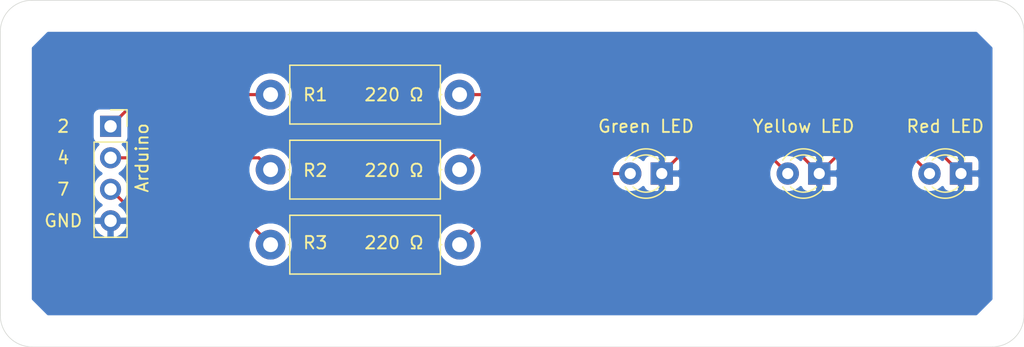
<source format=kicad_pcb>
(kicad_pcb (version 20171130) (host pcbnew 5.1.9-73d0e3b20d~88~ubuntu20.04.1)

  (general
    (thickness 1.6)
    (drawings 12)
    (tracks 18)
    (zones 0)
    (modules 7)
    (nets 8)
  )

  (page A4)
  (layers
    (0 F.Cu signal)
    (31 B.Cu signal)
    (32 B.Adhes user)
    (33 F.Adhes user)
    (34 B.Paste user)
    (35 F.Paste user)
    (36 B.SilkS user)
    (37 F.SilkS user)
    (38 B.Mask user)
    (39 F.Mask user)
    (40 Dwgs.User user)
    (41 Cmts.User user)
    (42 Eco1.User user)
    (43 Eco2.User user)
    (44 Edge.Cuts user)
    (45 Margin user)
    (46 B.CrtYd user)
    (47 F.CrtYd user)
    (48 B.Fab user)
    (49 F.Fab user)
  )

  (setup
    (last_trace_width 0.25)
    (trace_clearance 0.2)
    (zone_clearance 0.508)
    (zone_45_only no)
    (trace_min 0.2)
    (via_size 0.8)
    (via_drill 0.4)
    (via_min_size 0.4)
    (via_min_drill 0.3)
    (uvia_size 0.3)
    (uvia_drill 0.1)
    (uvias_allowed no)
    (uvia_min_size 0.2)
    (uvia_min_drill 0.1)
    (edge_width 0.05)
    (segment_width 0.2)
    (pcb_text_width 0.3)
    (pcb_text_size 1.5 1.5)
    (mod_edge_width 0.12)
    (mod_text_size 1 1)
    (mod_text_width 0.15)
    (pad_size 1.524 1.524)
    (pad_drill 0.762)
    (pad_to_mask_clearance 0)
    (aux_axis_origin 0 0)
    (visible_elements FFFFFF7F)
    (pcbplotparams
      (layerselection 0x010fc_ffffffff)
      (usegerberextensions false)
      (usegerberattributes true)
      (usegerberadvancedattributes true)
      (creategerberjobfile true)
      (excludeedgelayer true)
      (linewidth 0.100000)
      (plotframeref false)
      (viasonmask false)
      (mode 1)
      (useauxorigin false)
      (hpglpennumber 1)
      (hpglpenspeed 20)
      (hpglpendiameter 15.000000)
      (psnegative false)
      (psa4output false)
      (plotreference true)
      (plotvalue true)
      (plotinvisibletext false)
      (padsonsilk false)
      (subtractmaskfromsilk false)
      (outputformat 1)
      (mirror false)
      (drillshape 1)
      (scaleselection 1)
      (outputdirectory ""))
  )

  (net 0 "")
  (net 1 "Net-(D1-Pad2)")
  (net 2 GND)
  (net 3 "Net-(D2-Pad2)")
  (net 4 "Net-(D3-Pad2)")
  (net 5 "Net-(J1-Pad3)")
  (net 6 "Net-(J1-Pad2)")
  (net 7 "Net-(J1-Pad1)")

  (net_class Default "This is the default net class."
    (clearance 0.2)
    (trace_width 0.25)
    (via_dia 0.8)
    (via_drill 0.4)
    (uvia_dia 0.3)
    (uvia_drill 0.1)
    (add_net GND)
    (add_net "Net-(D1-Pad2)")
    (add_net "Net-(D2-Pad2)")
    (add_net "Net-(D3-Pad2)")
    (add_net "Net-(J1-Pad1)")
    (add_net "Net-(J1-Pad2)")
    (add_net "Net-(J1-Pad3)")
  )

  (module Resistor_THT:R_Axial_DIN0414_L11.9mm_D4.5mm_P15.24mm_Horizontal (layer F.Cu) (tedit 5AE5139B) (tstamp 6035A833)
    (at 127.205001 92.095001)
    (descr "Resistor, Axial_DIN0414 series, Axial, Horizontal, pin pitch=15.24mm, 2W, length*diameter=11.9*4.5mm^2, http://www.vishay.com/docs/20128/wkxwrx.pdf")
    (tags "Resistor Axial_DIN0414 series Axial Horizontal pin pitch 15.24mm 2W length 11.9mm diameter 4.5mm")
    (path /603858EE)
    (fp_text reference R3 (at 3.604999 -0.155001) (layer F.SilkS)
      (effects (font (size 1 1) (thickness 0.15)))
    )
    (fp_text value "220 Ω" (at 9.954999 -0.155001) (layer F.SilkS)
      (effects (font (size 1 1) (thickness 0.15)))
    )
    (fp_line (start 16.69 -2.5) (end -1.45 -2.5) (layer F.CrtYd) (width 0.05))
    (fp_line (start 16.69 2.5) (end 16.69 -2.5) (layer F.CrtYd) (width 0.05))
    (fp_line (start -1.45 2.5) (end 16.69 2.5) (layer F.CrtYd) (width 0.05))
    (fp_line (start -1.45 -2.5) (end -1.45 2.5) (layer F.CrtYd) (width 0.05))
    (fp_line (start 13.8 0) (end 13.69 0) (layer F.SilkS) (width 0.12))
    (fp_line (start 1.44 0) (end 1.55 0) (layer F.SilkS) (width 0.12))
    (fp_line (start 13.69 -2.37) (end 1.55 -2.37) (layer F.SilkS) (width 0.12))
    (fp_line (start 13.69 2.37) (end 13.69 -2.37) (layer F.SilkS) (width 0.12))
    (fp_line (start 1.55 2.37) (end 13.69 2.37) (layer F.SilkS) (width 0.12))
    (fp_line (start 1.55 -2.37) (end 1.55 2.37) (layer F.SilkS) (width 0.12))
    (fp_line (start 15.24 0) (end 13.57 0) (layer F.Fab) (width 0.1))
    (fp_line (start 0 0) (end 1.67 0) (layer F.Fab) (width 0.1))
    (fp_line (start 13.57 -2.25) (end 1.67 -2.25) (layer F.Fab) (width 0.1))
    (fp_line (start 13.57 2.25) (end 13.57 -2.25) (layer F.Fab) (width 0.1))
    (fp_line (start 1.67 2.25) (end 13.57 2.25) (layer F.Fab) (width 0.1))
    (fp_line (start 1.67 -2.25) (end 1.67 2.25) (layer F.Fab) (width 0.1))
    (pad 2 thru_hole oval (at 15.24 0) (size 2.4 2.4) (drill 1.2) (layers *.Cu *.Mask)
      (net 4 "Net-(D3-Pad2)"))
    (pad 1 thru_hole circle (at 0 0) (size 2.4 2.4) (drill 1.2) (layers *.Cu *.Mask)
      (net 5 "Net-(J1-Pad3)"))
    (model ${KISYS3DMOD}/Resistor_THT.3dshapes/R_Axial_DIN0414_L11.9mm_D4.5mm_P15.24mm_Horizontal.wrl
      (at (xyz 0 0 0))
      (scale (xyz 1 1 1))
      (rotate (xyz 0 0 0))
    )
  )

  (module Resistor_THT:R_Axial_DIN0414_L11.9mm_D4.5mm_P15.24mm_Horizontal (layer F.Cu) (tedit 5AE5139B) (tstamp 6035A81C)
    (at 127.205001 86.045001)
    (descr "Resistor, Axial_DIN0414 series, Axial, Horizontal, pin pitch=15.24mm, 2W, length*diameter=11.9*4.5mm^2, http://www.vishay.com/docs/20128/wkxwrx.pdf")
    (tags "Resistor Axial_DIN0414 series Axial Horizontal pin pitch 15.24mm 2W length 11.9mm diameter 4.5mm")
    (path /603851FD)
    (fp_text reference R2 (at 3.604999 0.064999) (layer F.SilkS)
      (effects (font (size 1 1) (thickness 0.15)))
    )
    (fp_text value "220 Ω" (at 9.954999 0.064999) (layer F.SilkS)
      (effects (font (size 1 1) (thickness 0.15)))
    )
    (fp_line (start 16.69 -2.5) (end -1.45 -2.5) (layer F.CrtYd) (width 0.05))
    (fp_line (start 16.69 2.5) (end 16.69 -2.5) (layer F.CrtYd) (width 0.05))
    (fp_line (start -1.45 2.5) (end 16.69 2.5) (layer F.CrtYd) (width 0.05))
    (fp_line (start -1.45 -2.5) (end -1.45 2.5) (layer F.CrtYd) (width 0.05))
    (fp_line (start 13.8 0) (end 13.69 0) (layer F.SilkS) (width 0.12))
    (fp_line (start 1.44 0) (end 1.55 0) (layer F.SilkS) (width 0.12))
    (fp_line (start 13.69 -2.37) (end 1.55 -2.37) (layer F.SilkS) (width 0.12))
    (fp_line (start 13.69 2.37) (end 13.69 -2.37) (layer F.SilkS) (width 0.12))
    (fp_line (start 1.55 2.37) (end 13.69 2.37) (layer F.SilkS) (width 0.12))
    (fp_line (start 1.55 -2.37) (end 1.55 2.37) (layer F.SilkS) (width 0.12))
    (fp_line (start 15.24 0) (end 13.57 0) (layer F.Fab) (width 0.1))
    (fp_line (start 0 0) (end 1.67 0) (layer F.Fab) (width 0.1))
    (fp_line (start 13.57 -2.25) (end 1.67 -2.25) (layer F.Fab) (width 0.1))
    (fp_line (start 13.57 2.25) (end 13.57 -2.25) (layer F.Fab) (width 0.1))
    (fp_line (start 1.67 2.25) (end 13.57 2.25) (layer F.Fab) (width 0.1))
    (fp_line (start 1.67 -2.25) (end 1.67 2.25) (layer F.Fab) (width 0.1))
    (pad 2 thru_hole oval (at 15.24 0) (size 2.4 2.4) (drill 1.2) (layers *.Cu *.Mask)
      (net 3 "Net-(D2-Pad2)"))
    (pad 1 thru_hole circle (at 0 0) (size 2.4 2.4) (drill 1.2) (layers *.Cu *.Mask)
      (net 6 "Net-(J1-Pad2)"))
    (model ${KISYS3DMOD}/Resistor_THT.3dshapes/R_Axial_DIN0414_L11.9mm_D4.5mm_P15.24mm_Horizontal.wrl
      (at (xyz 0 0 0))
      (scale (xyz 1 1 1))
      (rotate (xyz 0 0 0))
    )
  )

  (module Resistor_THT:R_Axial_DIN0414_L11.9mm_D4.5mm_P15.24mm_Horizontal (layer F.Cu) (tedit 5AE5139B) (tstamp 6035A805)
    (at 127.205001 79.995001)
    (descr "Resistor, Axial_DIN0414 series, Axial, Horizontal, pin pitch=15.24mm, 2W, length*diameter=11.9*4.5mm^2, http://www.vishay.com/docs/20128/wkxwrx.pdf")
    (tags "Resistor Axial_DIN0414 series Axial Horizontal pin pitch 15.24mm 2W length 11.9mm diameter 4.5mm")
    (path /60356052)
    (fp_text reference R1 (at 3.604999 0.014999) (layer F.SilkS)
      (effects (font (size 1 1) (thickness 0.15)))
    )
    (fp_text value "220 Ω" (at 9.954999 0.014999) (layer F.SilkS)
      (effects (font (size 1 1) (thickness 0.15)))
    )
    (fp_line (start 16.69 -2.5) (end -1.45 -2.5) (layer F.CrtYd) (width 0.05))
    (fp_line (start 16.69 2.5) (end 16.69 -2.5) (layer F.CrtYd) (width 0.05))
    (fp_line (start -1.45 2.5) (end 16.69 2.5) (layer F.CrtYd) (width 0.05))
    (fp_line (start -1.45 -2.5) (end -1.45 2.5) (layer F.CrtYd) (width 0.05))
    (fp_line (start 13.8 0) (end 13.69 0) (layer F.SilkS) (width 0.12))
    (fp_line (start 1.44 0) (end 1.55 0) (layer F.SilkS) (width 0.12))
    (fp_line (start 13.69 -2.37) (end 1.55 -2.37) (layer F.SilkS) (width 0.12))
    (fp_line (start 13.69 2.37) (end 13.69 -2.37) (layer F.SilkS) (width 0.12))
    (fp_line (start 1.55 2.37) (end 13.69 2.37) (layer F.SilkS) (width 0.12))
    (fp_line (start 1.55 -2.37) (end 1.55 2.37) (layer F.SilkS) (width 0.12))
    (fp_line (start 15.24 0) (end 13.57 0) (layer F.Fab) (width 0.1))
    (fp_line (start 0 0) (end 1.67 0) (layer F.Fab) (width 0.1))
    (fp_line (start 13.57 -2.25) (end 1.67 -2.25) (layer F.Fab) (width 0.1))
    (fp_line (start 13.57 2.25) (end 13.57 -2.25) (layer F.Fab) (width 0.1))
    (fp_line (start 1.67 2.25) (end 13.57 2.25) (layer F.Fab) (width 0.1))
    (fp_line (start 1.67 -2.25) (end 1.67 2.25) (layer F.Fab) (width 0.1))
    (pad 2 thru_hole oval (at 15.24 0) (size 2.4 2.4) (drill 1.2) (layers *.Cu *.Mask)
      (net 1 "Net-(D1-Pad2)"))
    (pad 1 thru_hole circle (at 0 0) (size 2.4 2.4) (drill 1.2) (layers *.Cu *.Mask)
      (net 7 "Net-(J1-Pad1)"))
    (model ${KISYS3DMOD}/Resistor_THT.3dshapes/R_Axial_DIN0414_L11.9mm_D4.5mm_P15.24mm_Horizontal.wrl
      (at (xyz 0 0 0))
      (scale (xyz 1 1 1))
      (rotate (xyz 0 0 0))
    )
  )

  (module Connector_PinSocket_2.54mm:PinSocket_1x04_P2.54mm_Vertical (layer F.Cu) (tedit 5A19A429) (tstamp 6035A7EE)
    (at 114.3 82.55)
    (descr "Through hole straight socket strip, 1x04, 2.54mm pitch, single row (from Kicad 4.0.7), script generated")
    (tags "Through hole socket strip THT 1x04 2.54mm single row")
    (path /6035B6DA)
    (fp_text reference J1 (at 0 -2.77) (layer F.SilkS) hide
      (effects (font (size 1 1) (thickness 0.15)))
    )
    (fp_text value Arduino (at 2.54 2.54 90) (layer F.SilkS)
      (effects (font (size 1 1) (thickness 0.15)))
    )
    (fp_line (start -1.27 -1.27) (end 0.635 -1.27) (layer F.Fab) (width 0.1))
    (fp_line (start 0.635 -1.27) (end 1.27 -0.635) (layer F.Fab) (width 0.1))
    (fp_line (start 1.27 -0.635) (end 1.27 8.89) (layer F.Fab) (width 0.1))
    (fp_line (start 1.27 8.89) (end -1.27 8.89) (layer F.Fab) (width 0.1))
    (fp_line (start -1.27 8.89) (end -1.27 -1.27) (layer F.Fab) (width 0.1))
    (fp_line (start -1.33 1.27) (end 1.33 1.27) (layer F.SilkS) (width 0.12))
    (fp_line (start -1.33 1.27) (end -1.33 8.95) (layer F.SilkS) (width 0.12))
    (fp_line (start -1.33 8.95) (end 1.33 8.95) (layer F.SilkS) (width 0.12))
    (fp_line (start 1.33 1.27) (end 1.33 8.95) (layer F.SilkS) (width 0.12))
    (fp_line (start 1.33 -1.33) (end 1.33 0) (layer F.SilkS) (width 0.12))
    (fp_line (start 0 -1.33) (end 1.33 -1.33) (layer F.SilkS) (width 0.12))
    (fp_line (start -1.8 -1.8) (end 1.75 -1.8) (layer F.CrtYd) (width 0.05))
    (fp_line (start 1.75 -1.8) (end 1.75 9.4) (layer F.CrtYd) (width 0.05))
    (fp_line (start 1.75 9.4) (end -1.8 9.4) (layer F.CrtYd) (width 0.05))
    (fp_line (start -1.8 9.4) (end -1.8 -1.8) (layer F.CrtYd) (width 0.05))
    (fp_text user %R (at 0 3.81 90) (layer F.Fab)
      (effects (font (size 1 1) (thickness 0.15)))
    )
    (pad 1 thru_hole rect (at 0 0) (size 1.7 1.7) (drill 1) (layers *.Cu *.Mask)
      (net 7 "Net-(J1-Pad1)"))
    (pad 2 thru_hole oval (at 0 2.54) (size 1.7 1.7) (drill 1) (layers *.Cu *.Mask)
      (net 6 "Net-(J1-Pad2)"))
    (pad 3 thru_hole oval (at 0 5.08) (size 1.7 1.7) (drill 1) (layers *.Cu *.Mask)
      (net 5 "Net-(J1-Pad3)"))
    (pad 4 thru_hole oval (at 0 7.62) (size 1.7 1.7) (drill 1) (layers *.Cu *.Mask)
      (net 2 GND))
    (model ${KISYS3DMOD}/Connector_PinSocket_2.54mm.3dshapes/PinSocket_1x04_P2.54mm_Vertical.wrl
      (at (xyz 0 0 0))
      (scale (xyz 1 1 1))
      (rotate (xyz 0 0 0))
    )
  )

  (module LED_THT:LED_D3.0mm (layer F.Cu) (tedit 587A3A7B) (tstamp 6035A7D6)
    (at 158.75 86.36 180)
    (descr "LED, diameter 3.0mm, 2 pins")
    (tags "LED diameter 3.0mm 2 pins")
    (path /60357728)
    (fp_text reference D3 (at 1.27 -2.96) (layer F.SilkS) hide
      (effects (font (size 1 1) (thickness 0.15)))
    )
    (fp_text value "Green LED" (at 1.27 3.81) (layer F.SilkS)
      (effects (font (size 1 1) (thickness 0.15)))
    )
    (fp_line (start 3.7 -2.25) (end -1.15 -2.25) (layer F.CrtYd) (width 0.05))
    (fp_line (start 3.7 2.25) (end 3.7 -2.25) (layer F.CrtYd) (width 0.05))
    (fp_line (start -1.15 2.25) (end 3.7 2.25) (layer F.CrtYd) (width 0.05))
    (fp_line (start -1.15 -2.25) (end -1.15 2.25) (layer F.CrtYd) (width 0.05))
    (fp_line (start -0.29 1.08) (end -0.29 1.236) (layer F.SilkS) (width 0.12))
    (fp_line (start -0.29 -1.236) (end -0.29 -1.08) (layer F.SilkS) (width 0.12))
    (fp_line (start -0.23 -1.16619) (end -0.23 1.16619) (layer F.Fab) (width 0.1))
    (fp_circle (center 1.27 0) (end 2.77 0) (layer F.Fab) (width 0.1))
    (fp_arc (start 1.27 0) (end 0.229039 1.08) (angle -87.9) (layer F.SilkS) (width 0.12))
    (fp_arc (start 1.27 0) (end 0.229039 -1.08) (angle 87.9) (layer F.SilkS) (width 0.12))
    (fp_arc (start 1.27 0) (end -0.29 1.235516) (angle -108.8) (layer F.SilkS) (width 0.12))
    (fp_arc (start 1.27 0) (end -0.29 -1.235516) (angle 108.8) (layer F.SilkS) (width 0.12))
    (fp_arc (start 1.27 0) (end -0.23 -1.16619) (angle 284.3) (layer F.Fab) (width 0.1))
    (pad 2 thru_hole circle (at 2.54 0 180) (size 1.8 1.8) (drill 0.9) (layers *.Cu *.Mask)
      (net 4 "Net-(D3-Pad2)"))
    (pad 1 thru_hole rect (at 0 0 180) (size 1.8 1.8) (drill 0.9) (layers *.Cu *.Mask)
      (net 2 GND))
    (model ${KISYS3DMOD}/LED_THT.3dshapes/LED_D3.0mm.wrl
      (at (xyz 0 0 0))
      (scale (xyz 1 1 1))
      (rotate (xyz 0 0 0))
    )
  )

  (module LED_THT:LED_D3.0mm (layer F.Cu) (tedit 587A3A7B) (tstamp 6035A7C3)
    (at 171.45 86.36 180)
    (descr "LED, diameter 3.0mm, 2 pins")
    (tags "LED diameter 3.0mm 2 pins")
    (path /603583AE)
    (fp_text reference D2 (at 1.27 -2.96) (layer F.SilkS) hide
      (effects (font (size 1 1) (thickness 0.15)))
    )
    (fp_text value "Yellow LED" (at 1.27 3.81) (layer F.SilkS)
      (effects (font (size 1 1) (thickness 0.15)))
    )
    (fp_line (start 3.7 -2.25) (end -1.15 -2.25) (layer F.CrtYd) (width 0.05))
    (fp_line (start 3.7 2.25) (end 3.7 -2.25) (layer F.CrtYd) (width 0.05))
    (fp_line (start -1.15 2.25) (end 3.7 2.25) (layer F.CrtYd) (width 0.05))
    (fp_line (start -1.15 -2.25) (end -1.15 2.25) (layer F.CrtYd) (width 0.05))
    (fp_line (start -0.29 1.08) (end -0.29 1.236) (layer F.SilkS) (width 0.12))
    (fp_line (start -0.29 -1.236) (end -0.29 -1.08) (layer F.SilkS) (width 0.12))
    (fp_line (start -0.23 -1.16619) (end -0.23 1.16619) (layer F.Fab) (width 0.1))
    (fp_circle (center 1.27 0) (end 2.77 0) (layer F.Fab) (width 0.1))
    (fp_arc (start 1.27 0) (end 0.229039 1.08) (angle -87.9) (layer F.SilkS) (width 0.12))
    (fp_arc (start 1.27 0) (end 0.229039 -1.08) (angle 87.9) (layer F.SilkS) (width 0.12))
    (fp_arc (start 1.27 0) (end -0.29 1.235516) (angle -108.8) (layer F.SilkS) (width 0.12))
    (fp_arc (start 1.27 0) (end -0.29 -1.235516) (angle 108.8) (layer F.SilkS) (width 0.12))
    (fp_arc (start 1.27 0) (end -0.23 -1.16619) (angle 284.3) (layer F.Fab) (width 0.1))
    (pad 2 thru_hole circle (at 2.54 0 180) (size 1.8 1.8) (drill 0.9) (layers *.Cu *.Mask)
      (net 3 "Net-(D2-Pad2)"))
    (pad 1 thru_hole rect (at 0 0 180) (size 1.8 1.8) (drill 0.9) (layers *.Cu *.Mask)
      (net 2 GND))
    (model ${KISYS3DMOD}/LED_THT.3dshapes/LED_D3.0mm.wrl
      (at (xyz 0 0 0))
      (scale (xyz 1 1 1))
      (rotate (xyz 0 0 0))
    )
  )

  (module LED_THT:LED_D3.0mm (layer F.Cu) (tedit 587A3A7B) (tstamp 6035A7B0)
    (at 182.88 86.36 180)
    (descr "LED, diameter 3.0mm, 2 pins")
    (tags "LED diameter 3.0mm 2 pins")
    (path /60358733)
    (fp_text reference D1 (at 1.27 -2.96) (layer F.SilkS) hide
      (effects (font (size 1 1) (thickness 0.15)))
    )
    (fp_text value "Red LED" (at 1.27 3.81) (layer F.SilkS)
      (effects (font (size 1 1) (thickness 0.15)))
    )
    (fp_line (start 3.7 -2.25) (end -1.15 -2.25) (layer F.CrtYd) (width 0.05))
    (fp_line (start 3.7 2.25) (end 3.7 -2.25) (layer F.CrtYd) (width 0.05))
    (fp_line (start -1.15 2.25) (end 3.7 2.25) (layer F.CrtYd) (width 0.05))
    (fp_line (start -1.15 -2.25) (end -1.15 2.25) (layer F.CrtYd) (width 0.05))
    (fp_line (start -0.29 1.08) (end -0.29 1.236) (layer F.SilkS) (width 0.12))
    (fp_line (start -0.29 -1.236) (end -0.29 -1.08) (layer F.SilkS) (width 0.12))
    (fp_line (start -0.23 -1.16619) (end -0.23 1.16619) (layer F.Fab) (width 0.1))
    (fp_circle (center 1.27 0) (end 2.77 0) (layer F.Fab) (width 0.1))
    (fp_arc (start 1.27 0) (end 0.229039 1.08) (angle -87.9) (layer F.SilkS) (width 0.12))
    (fp_arc (start 1.27 0) (end 0.229039 -1.08) (angle 87.9) (layer F.SilkS) (width 0.12))
    (fp_arc (start 1.27 0) (end -0.29 1.235516) (angle -108.8) (layer F.SilkS) (width 0.12))
    (fp_arc (start 1.27 0) (end -0.29 -1.235516) (angle 108.8) (layer F.SilkS) (width 0.12))
    (fp_arc (start 1.27 0) (end -0.23 -1.16619) (angle 284.3) (layer F.Fab) (width 0.1))
    (pad 2 thru_hole circle (at 2.54 0 180) (size 1.8 1.8) (drill 0.9) (layers *.Cu *.Mask)
      (net 1 "Net-(D1-Pad2)"))
    (pad 1 thru_hole rect (at 0 0 180) (size 1.8 1.8) (drill 0.9) (layers *.Cu *.Mask)
      (net 2 GND))
    (model ${KISYS3DMOD}/LED_THT.3dshapes/LED_D3.0mm.wrl
      (at (xyz 0 0 0))
      (scale (xyz 1 1 1))
      (rotate (xyz 0 0 0))
    )
  )

  (gr_arc (start 185.42 97.79) (end 185.42 100.33) (angle -90) (layer Edge.Cuts) (width 0.05))
  (gr_arc (start 185.42 74.93) (end 187.96 74.93) (angle -90) (layer Edge.Cuts) (width 0.05))
  (gr_arc (start 107.95 74.93) (end 107.95 72.39) (angle -90) (layer Edge.Cuts) (width 0.05))
  (gr_arc (start 107.95 97.79) (end 105.41 97.79) (angle -90) (layer Edge.Cuts) (width 0.05))
  (gr_line (start 105.41 74.93) (end 105.41 97.79) (layer Edge.Cuts) (width 0.05))
  (gr_line (start 185.42 72.39) (end 107.95 72.39) (layer Edge.Cuts) (width 0.05))
  (gr_line (start 187.96 97.79) (end 187.96 74.93) (layer Edge.Cuts) (width 0.05))
  (gr_line (start 107.95 100.33) (end 185.42 100.33) (layer Edge.Cuts) (width 0.05))
  (gr_text 2 (at 110.49 82.55) (layer F.SilkS)
    (effects (font (size 1 1) (thickness 0.15)))
  )
  (gr_text 4 (at 110.49 85.09) (layer F.SilkS)
    (effects (font (size 1 1) (thickness 0.15)))
  )
  (gr_text 7 (at 110.49 87.63) (layer F.SilkS)
    (effects (font (size 1 1) (thickness 0.15)))
  )
  (gr_text GND (at 110.49 90.17) (layer F.SilkS)
    (effects (font (size 1 1) (thickness 0.15)))
  )

  (segment (start 173.975001 79.995001) (end 142.445001 79.995001) (width 0.25) (layer F.Cu) (net 1))
  (segment (start 180.34 86.36) (end 173.975001 79.995001) (width 0.25) (layer F.Cu) (net 1))
  (segment (start 172.675001 85.134999) (end 171.45 86.36) (width 0.25) (layer F.Cu) (net 2))
  (segment (start 182.88 86.36) (end 181.654999 85.134999) (width 0.25) (layer F.Cu) (net 2))
  (segment (start 159.975001 85.134999) (end 158.75 86.36) (width 0.25) (layer F.Cu) (net 2))
  (segment (start 171.45 86.36) (end 170.224999 85.134999) (width 0.25) (layer F.Cu) (net 2))
  (segment (start 147.210002 81.28) (end 142.445001 86.045001) (width 0.25) (layer F.Cu) (net 3))
  (segment (start 163.83 81.28) (end 147.210002 81.28) (width 0.25) (layer F.Cu) (net 3))
  (segment (start 168.91 86.36) (end 163.83 81.28) (width 0.25) (layer F.Cu) (net 3))
  (segment (start 148.180002 86.36) (end 142.445001 92.095001) (width 0.25) (layer F.Cu) (net 4))
  (segment (start 156.21 86.36) (end 148.180002 86.36) (width 0.25) (layer F.Cu) (net 4))
  (segment (start 115.57 88.9) (end 114.3 87.63) (width 0.25) (layer F.Cu) (net 5))
  (segment (start 124.01 88.9) (end 115.57 88.9) (width 0.25) (layer F.Cu) (net 5))
  (segment (start 127.205001 92.095001) (end 124.01 88.9) (width 0.25) (layer F.Cu) (net 5))
  (segment (start 126.25 85.09) (end 114.3 85.09) (width 0.25) (layer F.Cu) (net 6))
  (segment (start 127.205001 86.045001) (end 126.25 85.09) (width 0.25) (layer F.Cu) (net 6))
  (segment (start 127.205001 79.995001) (end 116.854999 79.995001) (width 0.25) (layer F.Cu) (net 7))
  (segment (start 116.854999 79.995001) (end 114.3 82.55) (width 0.25) (layer F.Cu) (net 7))

  (zone (net 2) (net_name GND) (layer B.Cu) (tstamp 0) (hatch edge 0.508)
    (connect_pads (clearance 0.508))
    (min_thickness 0.254)
    (fill yes (arc_segments 32) (thermal_gap 0.508) (thermal_bridge_width 0.508))
    (polygon
      (pts
        (xy 185.42 76.2) (xy 185.42 96.52) (xy 184.15 97.79) (xy 109.22 97.79) (xy 107.95 96.52)
        (xy 107.95 76.2) (xy 109.22 74.93) (xy 184.15 74.93)
      )
    )
    (filled_polygon
      (pts
        (xy 185.293 76.252606) (xy 185.293 96.467394) (xy 184.097394 97.663) (xy 109.272606 97.663) (xy 108.077 96.467394)
        (xy 108.077 91.914269) (xy 125.370001 91.914269) (xy 125.370001 92.275733) (xy 125.440519 92.630251) (xy 125.578845 92.9642)
        (xy 125.779663 93.264745) (xy 126.035257 93.520339) (xy 126.335802 93.721157) (xy 126.669751 93.859483) (xy 127.024269 93.930001)
        (xy 127.385733 93.930001) (xy 127.740251 93.859483) (xy 128.0742 93.721157) (xy 128.374745 93.520339) (xy 128.630339 93.264745)
        (xy 128.831157 92.9642) (xy 128.969483 92.630251) (xy 129.040001 92.275733) (xy 129.040001 91.914269) (xy 140.610001 91.914269)
        (xy 140.610001 92.275733) (xy 140.680519 92.630251) (xy 140.818845 92.9642) (xy 141.019663 93.264745) (xy 141.275257 93.520339)
        (xy 141.575802 93.721157) (xy 141.909751 93.859483) (xy 142.264269 93.930001) (xy 142.625733 93.930001) (xy 142.980251 93.859483)
        (xy 143.3142 93.721157) (xy 143.614745 93.520339) (xy 143.870339 93.264745) (xy 144.071157 92.9642) (xy 144.209483 92.630251)
        (xy 144.280001 92.275733) (xy 144.280001 91.914269) (xy 144.209483 91.559751) (xy 144.071157 91.225802) (xy 143.870339 90.925257)
        (xy 143.614745 90.669663) (xy 143.3142 90.468845) (xy 142.980251 90.330519) (xy 142.625733 90.260001) (xy 142.264269 90.260001)
        (xy 141.909751 90.330519) (xy 141.575802 90.468845) (xy 141.275257 90.669663) (xy 141.019663 90.925257) (xy 140.818845 91.225802)
        (xy 140.680519 91.559751) (xy 140.610001 91.914269) (xy 129.040001 91.914269) (xy 128.969483 91.559751) (xy 128.831157 91.225802)
        (xy 128.630339 90.925257) (xy 128.374745 90.669663) (xy 128.0742 90.468845) (xy 127.740251 90.330519) (xy 127.385733 90.260001)
        (xy 127.024269 90.260001) (xy 126.669751 90.330519) (xy 126.335802 90.468845) (xy 126.035257 90.669663) (xy 125.779663 90.925257)
        (xy 125.578845 91.225802) (xy 125.440519 91.559751) (xy 125.370001 91.914269) (xy 108.077 91.914269) (xy 108.077 90.52689)
        (xy 112.858524 90.52689) (xy 112.903175 90.674099) (xy 113.028359 90.93692) (xy 113.202412 91.170269) (xy 113.418645 91.365178)
        (xy 113.668748 91.514157) (xy 113.943109 91.611481) (xy 114.173 91.490814) (xy 114.173 90.297) (xy 114.427 90.297)
        (xy 114.427 91.490814) (xy 114.656891 91.611481) (xy 114.931252 91.514157) (xy 115.181355 91.365178) (xy 115.397588 91.170269)
        (xy 115.571641 90.93692) (xy 115.696825 90.674099) (xy 115.741476 90.52689) (xy 115.620155 90.297) (xy 114.427 90.297)
        (xy 114.173 90.297) (xy 112.979845 90.297) (xy 112.858524 90.52689) (xy 108.077 90.52689) (xy 108.077 81.7)
        (xy 112.811928 81.7) (xy 112.811928 83.4) (xy 112.824188 83.524482) (xy 112.860498 83.64418) (xy 112.919463 83.754494)
        (xy 112.998815 83.851185) (xy 113.095506 83.930537) (xy 113.20582 83.989502) (xy 113.27838 84.011513) (xy 113.146525 84.143368)
        (xy 112.98401 84.386589) (xy 112.872068 84.656842) (xy 112.815 84.94374) (xy 112.815 85.23626) (xy 112.872068 85.523158)
        (xy 112.98401 85.793411) (xy 113.146525 86.036632) (xy 113.353368 86.243475) (xy 113.52776 86.36) (xy 113.353368 86.476525)
        (xy 113.146525 86.683368) (xy 112.98401 86.926589) (xy 112.872068 87.196842) (xy 112.815 87.48374) (xy 112.815 87.77626)
        (xy 112.872068 88.063158) (xy 112.98401 88.333411) (xy 113.146525 88.576632) (xy 113.353368 88.783475) (xy 113.535534 88.905195)
        (xy 113.418645 88.974822) (xy 113.202412 89.169731) (xy 113.028359 89.40308) (xy 112.903175 89.665901) (xy 112.858524 89.81311)
        (xy 112.979845 90.043) (xy 114.173 90.043) (xy 114.173 90.023) (xy 114.427 90.023) (xy 114.427 90.043)
        (xy 115.620155 90.043) (xy 115.741476 89.81311) (xy 115.696825 89.665901) (xy 115.571641 89.40308) (xy 115.397588 89.169731)
        (xy 115.181355 88.974822) (xy 115.064466 88.905195) (xy 115.246632 88.783475) (xy 115.453475 88.576632) (xy 115.61599 88.333411)
        (xy 115.727932 88.063158) (xy 115.785 87.77626) (xy 115.785 87.48374) (xy 115.727932 87.196842) (xy 115.61599 86.926589)
        (xy 115.453475 86.683368) (xy 115.246632 86.476525) (xy 115.07224 86.36) (xy 115.246632 86.243475) (xy 115.453475 86.036632)
        (xy 115.568644 85.864269) (xy 125.370001 85.864269) (xy 125.370001 86.225733) (xy 125.440519 86.580251) (xy 125.578845 86.9142)
        (xy 125.779663 87.214745) (xy 126.035257 87.470339) (xy 126.335802 87.671157) (xy 126.669751 87.809483) (xy 127.024269 87.880001)
        (xy 127.385733 87.880001) (xy 127.740251 87.809483) (xy 128.0742 87.671157) (xy 128.374745 87.470339) (xy 128.630339 87.214745)
        (xy 128.831157 86.9142) (xy 128.969483 86.580251) (xy 129.040001 86.225733) (xy 129.040001 85.864269) (xy 140.610001 85.864269)
        (xy 140.610001 86.225733) (xy 140.680519 86.580251) (xy 140.818845 86.9142) (xy 141.019663 87.214745) (xy 141.275257 87.470339)
        (xy 141.575802 87.671157) (xy 141.909751 87.809483) (xy 142.264269 87.880001) (xy 142.625733 87.880001) (xy 142.980251 87.809483)
        (xy 143.3142 87.671157) (xy 143.614745 87.470339) (xy 143.870339 87.214745) (xy 144.071157 86.9142) (xy 144.209483 86.580251)
        (xy 144.280001 86.225733) (xy 144.280001 86.208816) (xy 154.675 86.208816) (xy 154.675 86.511184) (xy 154.733989 86.807743)
        (xy 154.849701 87.087095) (xy 155.017688 87.338505) (xy 155.231495 87.552312) (xy 155.482905 87.720299) (xy 155.762257 87.836011)
        (xy 156.058816 87.895) (xy 156.361184 87.895) (xy 156.657743 87.836011) (xy 156.937095 87.720299) (xy 157.188505 87.552312)
        (xy 157.254944 87.485873) (xy 157.260498 87.50418) (xy 157.319463 87.614494) (xy 157.398815 87.711185) (xy 157.495506 87.790537)
        (xy 157.60582 87.849502) (xy 157.725518 87.885812) (xy 157.85 87.898072) (xy 158.46425 87.895) (xy 158.623 87.73625)
        (xy 158.623 86.487) (xy 158.877 86.487) (xy 158.877 87.73625) (xy 159.03575 87.895) (xy 159.65 87.898072)
        (xy 159.774482 87.885812) (xy 159.89418 87.849502) (xy 160.004494 87.790537) (xy 160.101185 87.711185) (xy 160.180537 87.614494)
        (xy 160.239502 87.50418) (xy 160.275812 87.384482) (xy 160.288072 87.26) (xy 160.285 86.64575) (xy 160.12625 86.487)
        (xy 158.877 86.487) (xy 158.623 86.487) (xy 158.603 86.487) (xy 158.603 86.233) (xy 158.623 86.233)
        (xy 158.623 84.98375) (xy 158.877 84.98375) (xy 158.877 86.233) (xy 160.12625 86.233) (xy 160.150434 86.208816)
        (xy 167.375 86.208816) (xy 167.375 86.511184) (xy 167.433989 86.807743) (xy 167.549701 87.087095) (xy 167.717688 87.338505)
        (xy 167.931495 87.552312) (xy 168.182905 87.720299) (xy 168.462257 87.836011) (xy 168.758816 87.895) (xy 169.061184 87.895)
        (xy 169.357743 87.836011) (xy 169.637095 87.720299) (xy 169.888505 87.552312) (xy 169.954944 87.485873) (xy 169.960498 87.50418)
        (xy 170.019463 87.614494) (xy 170.098815 87.711185) (xy 170.195506 87.790537) (xy 170.30582 87.849502) (xy 170.425518 87.885812)
        (xy 170.55 87.898072) (xy 171.16425 87.895) (xy 171.323 87.73625) (xy 171.323 86.487) (xy 171.577 86.487)
        (xy 171.577 87.73625) (xy 171.73575 87.895) (xy 172.35 87.898072) (xy 172.474482 87.885812) (xy 172.59418 87.849502)
        (xy 172.704494 87.790537) (xy 172.801185 87.711185) (xy 172.880537 87.614494) (xy 172.939502 87.50418) (xy 172.975812 87.384482)
        (xy 172.988072 87.26) (xy 172.985 86.64575) (xy 172.82625 86.487) (xy 171.577 86.487) (xy 171.323 86.487)
        (xy 171.303 86.487) (xy 171.303 86.233) (xy 171.323 86.233) (xy 171.323 84.98375) (xy 171.577 84.98375)
        (xy 171.577 86.233) (xy 172.82625 86.233) (xy 172.850434 86.208816) (xy 178.805 86.208816) (xy 178.805 86.511184)
        (xy 178.863989 86.807743) (xy 178.979701 87.087095) (xy 179.147688 87.338505) (xy 179.361495 87.552312) (xy 179.612905 87.720299)
        (xy 179.892257 87.836011) (xy 180.188816 87.895) (xy 180.491184 87.895) (xy 180.787743 87.836011) (xy 181.067095 87.720299)
        (xy 181.318505 87.552312) (xy 181.384944 87.485873) (xy 181.390498 87.50418) (xy 181.449463 87.614494) (xy 181.528815 87.711185)
        (xy 181.625506 87.790537) (xy 181.73582 87.849502) (xy 181.855518 87.885812) (xy 181.98 87.898072) (xy 182.59425 87.895)
        (xy 182.753 87.73625) (xy 182.753 86.487) (xy 183.007 86.487) (xy 183.007 87.73625) (xy 183.16575 87.895)
        (xy 183.78 87.898072) (xy 183.904482 87.885812) (xy 184.02418 87.849502) (xy 184.134494 87.790537) (xy 184.231185 87.711185)
        (xy 184.310537 87.614494) (xy 184.369502 87.50418) (xy 184.405812 87.384482) (xy 184.418072 87.26) (xy 184.415 86.64575)
        (xy 184.25625 86.487) (xy 183.007 86.487) (xy 182.753 86.487) (xy 182.733 86.487) (xy 182.733 86.233)
        (xy 182.753 86.233) (xy 182.753 84.98375) (xy 183.007 84.98375) (xy 183.007 86.233) (xy 184.25625 86.233)
        (xy 184.415 86.07425) (xy 184.418072 85.46) (xy 184.405812 85.335518) (xy 184.369502 85.21582) (xy 184.310537 85.105506)
        (xy 184.231185 85.008815) (xy 184.134494 84.929463) (xy 184.02418 84.870498) (xy 183.904482 84.834188) (xy 183.78 84.821928)
        (xy 183.16575 84.825) (xy 183.007 84.98375) (xy 182.753 84.98375) (xy 182.59425 84.825) (xy 181.98 84.821928)
        (xy 181.855518 84.834188) (xy 181.73582 84.870498) (xy 181.625506 84.929463) (xy 181.528815 85.008815) (xy 181.449463 85.105506)
        (xy 181.390498 85.21582) (xy 181.384944 85.234127) (xy 181.318505 85.167688) (xy 181.067095 84.999701) (xy 180.787743 84.883989)
        (xy 180.491184 84.825) (xy 180.188816 84.825) (xy 179.892257 84.883989) (xy 179.612905 84.999701) (xy 179.361495 85.167688)
        (xy 179.147688 85.381495) (xy 178.979701 85.632905) (xy 178.863989 85.912257) (xy 178.805 86.208816) (xy 172.850434 86.208816)
        (xy 172.985 86.07425) (xy 172.988072 85.46) (xy 172.975812 85.335518) (xy 172.939502 85.21582) (xy 172.880537 85.105506)
        (xy 172.801185 85.008815) (xy 172.704494 84.929463) (xy 172.59418 84.870498) (xy 172.474482 84.834188) (xy 172.35 84.821928)
        (xy 171.73575 84.825) (xy 171.577 84.98375) (xy 171.323 84.98375) (xy 171.16425 84.825) (xy 170.55 84.821928)
        (xy 170.425518 84.834188) (xy 170.30582 84.870498) (xy 170.195506 84.929463) (xy 170.098815 85.008815) (xy 170.019463 85.105506)
        (xy 169.960498 85.21582) (xy 169.954944 85.234127) (xy 169.888505 85.167688) (xy 169.637095 84.999701) (xy 169.357743 84.883989)
        (xy 169.061184 84.825) (xy 168.758816 84.825) (xy 168.462257 84.883989) (xy 168.182905 84.999701) (xy 167.931495 85.167688)
        (xy 167.717688 85.381495) (xy 167.549701 85.632905) (xy 167.433989 85.912257) (xy 167.375 86.208816) (xy 160.150434 86.208816)
        (xy 160.285 86.07425) (xy 160.288072 85.46) (xy 160.275812 85.335518) (xy 160.239502 85.21582) (xy 160.180537 85.105506)
        (xy 160.101185 85.008815) (xy 160.004494 84.929463) (xy 159.89418 84.870498) (xy 159.774482 84.834188) (xy 159.65 84.821928)
        (xy 159.03575 84.825) (xy 158.877 84.98375) (xy 158.623 84.98375) (xy 158.46425 84.825) (xy 157.85 84.821928)
        (xy 157.725518 84.834188) (xy 157.60582 84.870498) (xy 157.495506 84.929463) (xy 157.398815 85.008815) (xy 157.319463 85.105506)
        (xy 157.260498 85.21582) (xy 157.254944 85.234127) (xy 157.188505 85.167688) (xy 156.937095 84.999701) (xy 156.657743 84.883989)
        (xy 156.361184 84.825) (xy 156.058816 84.825) (xy 155.762257 84.883989) (xy 155.482905 84.999701) (xy 155.231495 85.167688)
        (xy 155.017688 85.381495) (xy 154.849701 85.632905) (xy 154.733989 85.912257) (xy 154.675 86.208816) (xy 144.280001 86.208816)
        (xy 144.280001 85.864269) (xy 144.209483 85.509751) (xy 144.071157 85.175802) (xy 143.870339 84.875257) (xy 143.614745 84.619663)
        (xy 143.3142 84.418845) (xy 142.980251 84.280519) (xy 142.625733 84.210001) (xy 142.264269 84.210001) (xy 141.909751 84.280519)
        (xy 141.575802 84.418845) (xy 141.275257 84.619663) (xy 141.019663 84.875257) (xy 140.818845 85.175802) (xy 140.680519 85.509751)
        (xy 140.610001 85.864269) (xy 129.040001 85.864269) (xy 128.969483 85.509751) (xy 128.831157 85.175802) (xy 128.630339 84.875257)
        (xy 128.374745 84.619663) (xy 128.0742 84.418845) (xy 127.740251 84.280519) (xy 127.385733 84.210001) (xy 127.024269 84.210001)
        (xy 126.669751 84.280519) (xy 126.335802 84.418845) (xy 126.035257 84.619663) (xy 125.779663 84.875257) (xy 125.578845 85.175802)
        (xy 125.440519 85.509751) (xy 125.370001 85.864269) (xy 115.568644 85.864269) (xy 115.61599 85.793411) (xy 115.727932 85.523158)
        (xy 115.785 85.23626) (xy 115.785 84.94374) (xy 115.727932 84.656842) (xy 115.61599 84.386589) (xy 115.453475 84.143368)
        (xy 115.32162 84.011513) (xy 115.39418 83.989502) (xy 115.504494 83.930537) (xy 115.601185 83.851185) (xy 115.680537 83.754494)
        (xy 115.739502 83.64418) (xy 115.775812 83.524482) (xy 115.788072 83.4) (xy 115.788072 81.7) (xy 115.775812 81.575518)
        (xy 115.739502 81.45582) (xy 115.680537 81.345506) (xy 115.601185 81.248815) (xy 115.504494 81.169463) (xy 115.39418 81.110498)
        (xy 115.274482 81.074188) (xy 115.15 81.061928) (xy 113.45 81.061928) (xy 113.325518 81.074188) (xy 113.20582 81.110498)
        (xy 113.095506 81.169463) (xy 112.998815 81.248815) (xy 112.919463 81.345506) (xy 112.860498 81.45582) (xy 112.824188 81.575518)
        (xy 112.811928 81.7) (xy 108.077 81.7) (xy 108.077 79.814269) (xy 125.370001 79.814269) (xy 125.370001 80.175733)
        (xy 125.440519 80.530251) (xy 125.578845 80.8642) (xy 125.779663 81.164745) (xy 126.035257 81.420339) (xy 126.335802 81.621157)
        (xy 126.669751 81.759483) (xy 127.024269 81.830001) (xy 127.385733 81.830001) (xy 127.740251 81.759483) (xy 128.0742 81.621157)
        (xy 128.374745 81.420339) (xy 128.630339 81.164745) (xy 128.831157 80.8642) (xy 128.969483 80.530251) (xy 129.040001 80.175733)
        (xy 129.040001 79.814269) (xy 140.610001 79.814269) (xy 140.610001 80.175733) (xy 140.680519 80.530251) (xy 140.818845 80.8642)
        (xy 141.019663 81.164745) (xy 141.275257 81.420339) (xy 141.575802 81.621157) (xy 141.909751 81.759483) (xy 142.264269 81.830001)
        (xy 142.625733 81.830001) (xy 142.980251 81.759483) (xy 143.3142 81.621157) (xy 143.614745 81.420339) (xy 143.870339 81.164745)
        (xy 144.071157 80.8642) (xy 144.209483 80.530251) (xy 144.280001 80.175733) (xy 144.280001 79.814269) (xy 144.209483 79.459751)
        (xy 144.071157 79.125802) (xy 143.870339 78.825257) (xy 143.614745 78.569663) (xy 143.3142 78.368845) (xy 142.980251 78.230519)
        (xy 142.625733 78.160001) (xy 142.264269 78.160001) (xy 141.909751 78.230519) (xy 141.575802 78.368845) (xy 141.275257 78.569663)
        (xy 141.019663 78.825257) (xy 140.818845 79.125802) (xy 140.680519 79.459751) (xy 140.610001 79.814269) (xy 129.040001 79.814269)
        (xy 128.969483 79.459751) (xy 128.831157 79.125802) (xy 128.630339 78.825257) (xy 128.374745 78.569663) (xy 128.0742 78.368845)
        (xy 127.740251 78.230519) (xy 127.385733 78.160001) (xy 127.024269 78.160001) (xy 126.669751 78.230519) (xy 126.335802 78.368845)
        (xy 126.035257 78.569663) (xy 125.779663 78.825257) (xy 125.578845 79.125802) (xy 125.440519 79.459751) (xy 125.370001 79.814269)
        (xy 108.077 79.814269) (xy 108.077 76.252606) (xy 109.272606 75.057) (xy 184.097394 75.057)
      )
    )
  )
)

</source>
